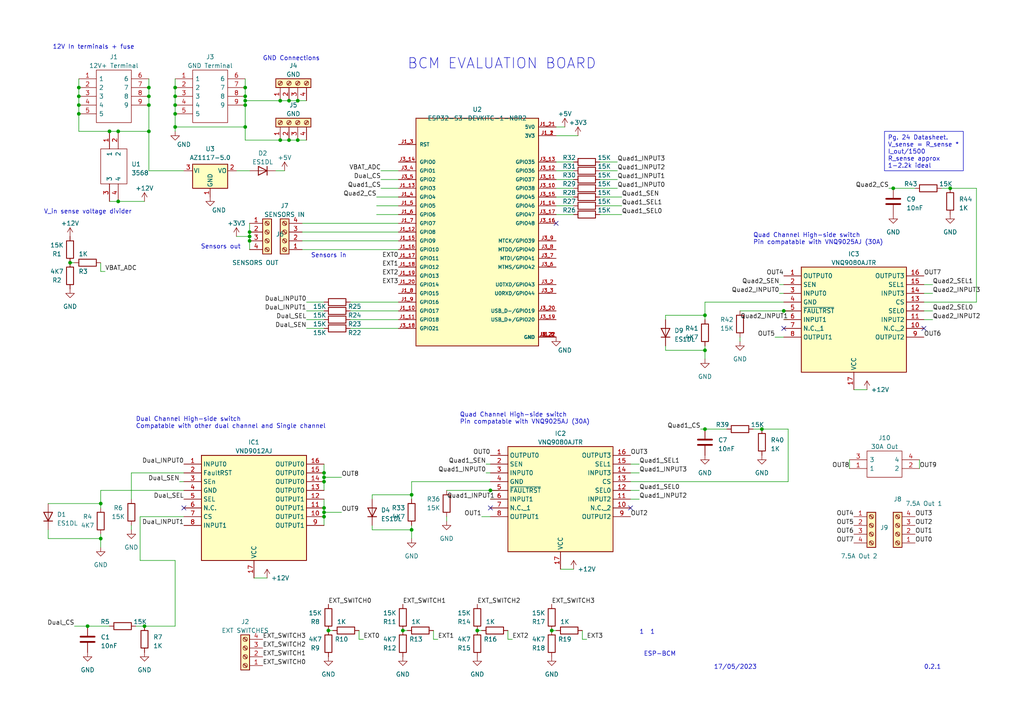
<source format=kicad_sch>
(kicad_sch (version 20230121) (generator eeschema)
  (paper "A4")
  (lib_symbols
    (symbol "10.16 Term:1929517" (pin_names (offset 0.762))
      (property "Reference" "J" (at 16.51 7.62 0))
      (property "Value" "1929517" (at 16.51 5.08 0))
      (symbol "1929517_0_0"
        (pin passive line (at 0 -2.54 0) (length 5.08) (name "1") (number "1"))
        (pin passive line (at 20.32 -2.54 180) (length 5.08) (name "2") (number "2"))
        (pin passive line (at 0 0 0) (length 5.08) (name "3") (number "3"))
        (pin passive line (at 20.32 0 180) (length 5.08) (name "4") (number "4"))
      )
    )
    (symbol "3568:3568" (pin_names (offset 0.762))
      (property "Reference" "U" (at 16.51 7.62 0))
      (property "Value" "3568" (at 16.51 5.08 0))
      (symbol "3568_0_0"
        (pin passive line (at 0 -2.54 0) (length 5.08) (name "1") (number "1"))
        (pin passive line (at 0 0 0) (length 5.08) (name "2") (number "2"))
        (pin passive line (at 20.32 -2.54 180) (length 5.08) (name "3") (number "3"))
        (pin passive line (at 20.32 0 180) (length 5.08) (name "4") (number "4"))
      )
    )
    (symbol "74650194R:74650194R" (pin_names (offset 0.762))
      (property "Reference" "J" (at 16.51 7.62 0))
      (property "Value" "74650194R" (at 16.51 5.08 0))
      (symbol "74650194R_0_0"
        (pin passive line (at 0 0 0) (length 5.08) (name "1") (number "1"))
        (pin passive line (at 0 -2.54 0) (length 5.08) (name "2") (number "2"))
        (pin passive line (at 0 -5.08 0) (length 5.08) (name "3") (number "3"))
        (pin passive line (at 0 -7.62 0) (length 5.08) (name "4") (number "4"))
        (pin passive line (at 0 -10.16 0) (length 5.08) (name "5") (number "5"))
        (pin passive line (at 20.32 0 180) (length 5.08) (name "6") (number "6"))
        (pin passive line (at 20.32 -2.54 180) (length 5.08) (name "7") (number "7"))
        (pin passive line (at 20.32 -5.08 180) (length 5.08) (name "8") (number "8"))
        (pin passive line (at 20.32 -7.62 180) (length 5.08) (name "9") (number "9"))
      )
    )
    (symbol "BCM:VND9016AJ"
      (property "Reference" "IC" (at 36.83 7.62 0))
      (property "Value" "VND9016AJ" (at 36.83 5.08 0))
      (symbol "VND9016AJ_1_1"
        (pin passive line (at 0 0 0) (length 5.08) (name "INPUT0") (number "1"))
        (pin passive line (at 40.64 -15.24 180) (length 5.08) (name "OUTPUT1") (number "10"))
        (pin passive line (at 40.64 -12.7 180) (length 5.08) (name "OUTPUT1") (number "11"))
        (pin passive line (at 40.64 -10.16 180) (length 5.08) (name "OUTPUT1") (number "12"))
        (pin passive line (at 40.64 -7.62 180) (length 5.08) (name "OUTPUT0") (number "13"))
        (pin passive line (at 40.64 -5.08 180) (length 5.08) (name "OUTPUT0") (number "14"))
        (pin passive line (at 40.64 -2.54 180) (length 5.08) (name "OUTPUT0") (number "15"))
        (pin passive line (at 40.64 0 180) (length 5.08) (name "OUTPUT0") (number "16"))
        (pin passive line (at 20.32 -33.02 90) (length 5.08) (name "VCC") (number "17"))
        (pin passive line (at 0 -2.54 0) (length 5.08) (name "FaultRST") (number "2"))
        (pin passive line (at 0 -5.08 0) (length 5.08) (name "SEn") (number "3"))
        (pin passive line (at 0 -7.62 0) (length 5.08) (name "GND") (number "4"))
        (pin passive line (at 0 -10.16 0) (length 5.08) (name "SEL") (number "5"))
        (pin passive line (at 0 -12.7 0) (length 5.08) (name "N.C.") (number "6"))
        (pin passive line (at 0 -15.24 0) (length 5.08) (name "CS") (number "7"))
        (pin passive line (at 0 -17.78 0) (length 5.08) (name "INPUT1") (number "8"))
        (pin passive line (at 40.64 -17.78 180) (length 5.08) (name "OUTPUT1") (number "9"))
      )
    )
    (symbol "Connector:Screw_Terminal_01x04" (pin_names (offset 1.016) hide)
      (property "Reference" "J" (at 0 5.08 0))
      (property "Value" "Screw_Terminal_01x04" (at 0 -7.62 0))
      (symbol "Screw_Terminal_01x04_1_1"
        (pin passive line (at -5.08 2.54 0) (length 3.81) (name "Pin_1") (number "1"))
        (pin passive line (at -5.08 0 0) (length 3.81) (name "Pin_2") (number "2"))
        (pin passive line (at -5.08 -2.54 0) (length 3.81) (name "Pin_3") (number "3"))
        (pin passive line (at -5.08 -5.08 0) (length 3.81) (name "Pin_4") (number "4"))
      )
    )
    (symbol "Device:C" (pin_numbers hide) (pin_names (offset 0.254))
      (property "Reference" "C" (at 0.635 2.54 0))
      (property "Value" "C" (at 0.635 -2.54 0))
      (symbol "C_1_1"
        (pin passive line (at 0 3.81 270) (length 2.794) (name "~") (number "1"))
        (pin passive line (at 0 -3.81 90) (length 2.794) (name "~") (number "2"))
      )
    )
    (symbol "Device:D" (pin_numbers hide) (pin_names (offset 1.016) hide)
      (property "Reference" "D" (at 0 2.54 0))
      (property "Value" "D" (at 0 -2.54 0))
      (symbol "D_1_1"
        (pin passive line (at -3.81 0 0) (length 2.54) (name "K") (number "1"))
        (pin passive line (at 3.81 0 180) (length 2.54) (name "A") (number "2"))
      )
    )
    (symbol "Device:R" (pin_numbers hide) (pin_names (offset 0))
      (property "Reference" "R" (at 2.032 0 90))
      (property "Value" "R" (at 0 0 90))
      (symbol "R_1_1"
        (pin passive line (at 0 3.81 270) (length 1.27) (name "~") (number "1"))
        (pin passive line (at 0 -3.81 90) (length 1.27) (name "~") (number "2"))
      )
    )
    (symbol "ESP32-S3-DEVKITC-1-N8R2:ESP32-S3-DEVKITC-1-N8R2" (pin_names (offset 1.016))
      (property "Reference" "U" (at -17.78 35.56 0))
      (property "Value" "ESP32-S3-DEVKITC-1-N8R2" (at -17.78 -35.56 0))
      (symbol "ESP32-S3-DEVKITC-1-N8R2_0_0"
        (pin power_in line (at 22.86 27.94 180) (length 5.08) (name "3V3") (number "J1_1"))
        (pin bidirectional line (at -22.86 -22.86 0) (length 5.08) (name "GPIO17") (number "J1_10"))
        (pin bidirectional line (at -22.86 -25.4 0) (length 5.08) (name "GPIO18") (number "J1_11"))
        (pin bidirectional line (at -22.86 0 0) (length 5.08) (name "GPIO8") (number "J1_12"))
        (pin bidirectional line (at -22.86 12.7 0) (length 5.08) (name "GPIO3") (number "J1_13"))
        (pin bidirectional line (at 22.86 7.62 180) (length 5.08) (name "GPIO46") (number "J1_14"))
        (pin bidirectional line (at -22.86 -2.54 0) (length 5.08) (name "GPIO9") (number "J1_15"))
        (pin bidirectional line (at -22.86 -5.08 0) (length 5.08) (name "GPIO10") (number "J1_16"))
        (pin bidirectional line (at -22.86 -7.62 0) (length 5.08) (name "GPIO11") (number "J1_17"))
        (pin bidirectional line (at -22.86 -10.16 0) (length 5.08) (name "GPIO12") (number "J1_18"))
        (pin bidirectional line (at -22.86 -12.7 0) (length 5.08) (name "GPIO13") (number "J1_19"))
        (pin power_in line (at 22.86 27.94 180) (length 5.08) (name "3V3") (number "J1_2"))
        (pin bidirectional line (at -22.86 -15.24 0) (length 5.08) (name "GPIO14") (number "J1_20"))
        (pin power_in line (at 22.86 30.48 180) (length 5.08) (name "5V0") (number "J1_21"))
        (pin power_in line (at 22.86 -30.48 180) (length 5.08) (name "GND") (number "J1_22"))
        (pin input line (at -22.86 25.4 0) (length 5.08) (name "RST") (number "J1_3"))
        (pin bidirectional line (at -22.86 10.16 0) (length 5.08) (name "GPIO4") (number "J1_4"))
        (pin bidirectional line (at -22.86 7.62 0) (length 5.08) (name "GPIO5") (number "J1_5"))
        (pin bidirectional line (at -22.86 5.08 0) (length 5.08) (name "GPIO6") (number "J1_6"))
        (pin bidirectional line (at -22.86 2.54 0) (length 5.08) (name "GPIO7") (number "J1_7"))
        (pin bidirectional line (at -22.86 -17.78 0) (length 5.08) (name "GPIO15") (number "J1_8"))
        (pin bidirectional line (at -22.86 -20.32 0) (length 5.08) (name "GPIO16") (number "J1_9"))
        (pin power_in line (at 22.86 -30.48 180) (length 5.08) (name "GND") (number "J3_1"))
        (pin bidirectional line (at 22.86 12.7 180) (length 5.08) (name "GPIO38") (number "J3_10"))
        (pin bidirectional line (at 22.86 15.24 180) (length 5.08) (name "GPIO37") (number "J3_11"))
        (pin bidirectional line (at 22.86 17.78 180) (length 5.08) (name "GPIO36") (number "J3_12"))
        (pin bidirectional line (at 22.86 20.32 180) (length 5.08) (name "GPIO35") (number "J3_13"))
        (pin bidirectional line (at -22.86 20.32 0) (length 5.08) (name "GPIO0") (number "J3_14"))
        (pin bidirectional line (at 22.86 10.16 180) (length 5.08) (name "GPIO45") (number "J3_15"))
        (pin bidirectional line (at 22.86 2.54 180) (length 5.08) (name "GPIO48") (number "J3_16"))
        (pin bidirectional line (at 22.86 5.08 180) (length 5.08) (name "GPIO47") (number "J3_17"))
        (pin bidirectional line (at -22.86 -27.94 0) (length 5.08) (name "GPIO21") (number "J3_18"))
        (pin bidirectional line (at 22.86 -25.4 180) (length 5.08) (name "USB_D+/GPIO20") (number "J3_19"))
        (pin bidirectional line (at 22.86 -15.24 180) (length 5.08) (name "U0TXD/GPIO43") (number "J3_2"))
        (pin bidirectional line (at 22.86 -22.86 180) (length 5.08) (name "USB_D-/GPIO19") (number "J3_20"))
        (pin power_in line (at 22.86 -30.48 180) (length 5.08) (name "GND") (number "J3_21"))
        (pin power_in line (at 22.86 -30.48 180) (length 5.08) (name "GND") (number "J3_22"))
        (pin bidirectional line (at 22.86 -17.78 180) (length 5.08) (name "U0RXD/GPIO44") (number "J3_3"))
        (pin bidirectional line (at -22.86 17.78 0) (length 5.08) (name "GPIO1") (number "J3_4"))
        (pin bidirectional line (at -22.86 15.24 0) (length 5.08) (name "GPIO2") (number "J3_5"))
        (pin bidirectional line (at 22.86 -10.16 180) (length 5.08) (name "MTMS/GPIO42") (number "J3_6"))
        (pin bidirectional line (at 22.86 -7.62 180) (length 5.08) (name "MTDI/GPIO41") (number "J3_7"))
        (pin bidirectional line (at 22.86 -5.08 180) (length 5.08) (name "MTDO/GPIO40") (number "J3_8"))
        (pin bidirectional line (at 22.86 -2.54 180) (length 5.08) (name "MTCK/GPIO39") (number "J3_9"))
      )
    )
    (symbol "Regulator_Linear:AZ1117-5.0" (pin_names (offset 0.254))
      (property "Reference" "U" (at -3.81 3.175 0))
      (property "Value" "AZ1117-5.0" (at 0 3.175 0))
      (symbol "AZ1117-5.0_1_1"
        (pin power_in line (at 0 -7.62 90) (length 2.54) (name "GND") (number "1"))
        (pin power_out line (at 7.62 0 180) (length 2.54) (name "VO") (number "2"))
        (pin power_in line (at -7.62 0 0) (length 2.54) (name "VI") (number "3"))
      )
    )
    (symbol "VNQ9080AJTR:VNQ9080AJTR"
      (property "Reference" "IC" (at 36.83 7.62 0))
      (property "Value" "VNQ9080AJTR" (at 36.83 5.08 0))
      (symbol "VNQ9080AJTR_1_1"
        (pin passive line (at 0 0 0) (length 5.08) (name "OUTPUT0") (number "1"))
        (pin passive line (at 40.64 -15.24 180) (length 5.08) (name "N.C._2") (number "10"))
        (pin passive line (at 40.64 -12.7 180) (length 5.08) (name "INPUT2") (number "11"))
        (pin passive line (at 40.64 -10.16 180) (length 5.08) (name "SEL0") (number "12"))
        (pin passive line (at 40.64 -7.62 180) (length 5.08) (name "CS") (number "13"))
        (pin passive line (at 40.64 -5.08 180) (length 5.08) (name "INPUT3") (number "14"))
        (pin passive line (at 40.64 -2.54 180) (length 5.08) (name "SEL1") (number "15"))
        (pin passive line (at 40.64 0 180) (length 5.08) (name "OUTPUT3") (number "16"))
        (pin passive line (at 20.32 -33.02 90) (length 5.08) (name "VCC") (number "17"))
        (pin passive line (at 0 -2.54 0) (length 5.08) (name "SEN") (number "2"))
        (pin passive line (at 0 -5.08 0) (length 5.08) (name "INPUT0") (number "3"))
        (pin passive line (at 0 -7.62 0) (length 5.08) (name "GND") (number "4"))
        (pin passive line (at 0 -10.16 0) (length 5.08) (name "~{FAULTRST}") (number "5"))
        (pin passive line (at 0 -12.7 0) (length 5.08) (name "INPUT1") (number "6"))
        (pin passive line (at 0 -15.24 0) (length 5.08) (name "N.C._1") (number "7"))
        (pin passive line (at 0 -17.78 0) (length 5.08) (name "OUTPUT1") (number "8"))
        (pin passive line (at 40.64 -17.78 180) (length 5.08) (name "OUTPUT2") (number "9"))
      )
    )
    (symbol "power:+12V" (power) (pin_names (offset 0))
      (property "Value" "+12V" (at 0 3.556 0))
      (symbol "+12V_1_1"
        (pin power_in line (at 0 0 90) (length 0) hide (name "+12V") (number "1"))
      )
    )
    (symbol "power:+3V3" (power) (pin_names (offset 0))
      (property "Value" "+3V3" (at 0 3.556 0))
      (symbol "+3V3_1_1"
        (pin power_in line (at 0 0 90) (length 0) hide (name "+3V3") (number "1"))
      )
    )
    (symbol "power:+5V" (power) (pin_names (offset 0))
      (property "Value" "+5V" (at 0 3.556 0))
      (symbol "+5V_1_1"
        (pin power_in line (at 0 0 90) (length 0) hide (name "+5V") (number "1"))
      )
    )
    (symbol "power:GND" (power) (pin_names (offset 0))
      (property "Value" "GND" (at 0 -3.81 0))
      (symbol "GND_1_1"
        (pin power_in line (at 0 0 270) (length 0) hide (name "GND") (number "1"))
      )
    )
  )
  (junction (at 34.29 38.1))
  (junction (at 160.02 182.88))
  (junction (at 259.08 54.61))
  (junction (at 25.4 181.61))
  (junction (at 71.12 27.94))
  (junction (at 116.84 182.88))
  (junction (at 119.38 153.67))
  (junction (at 138.43 182.88))
  (junction (at 95.25 182.88))
  (junction (at 71.12 36.83))
  (junction (at 43.18 27.94))
  (junction (at 31.75 38.1))
  (junction (at 227.33 90.17))
  (junction (at 220.98 124.46))
  (junction (at 81.28 40.64))
  (junction (at 71.12 29.21))
  (junction (at 50.8 27.94))
  (junction (at 86.36 40.64))
  (junction (at 71.12 25.4))
  (junction (at 22.86 27.94))
  (junction (at 22.86 30.48))
  (junction (at 50.8 33.02))
  (junction (at 71.12 30.48))
  (junction (at 93.98 138.43))
  (junction (at 86.36 29.21))
  (junction (at 83.82 40.64))
  (junction (at 22.86 33.02))
  (junction (at 81.28 29.21))
  (junction (at 93.98 147.32))
  (junction (at 22.86 25.4))
  (junction (at 142.24 142.24))
  (junction (at 34.29 58.42))
  (junction (at 72.39 67.31))
  (junction (at 119.38 143.51))
  (junction (at 29.21 156.21))
  (junction (at 72.39 69.85))
  (junction (at 275.59 54.61))
  (junction (at 20.32 76.2))
  (junction (at 83.82 29.21))
  (junction (at 50.8 36.83))
  (junction (at 41.91 181.61))
  (junction (at 93.98 139.7))
  (junction (at 204.47 124.46))
  (junction (at 93.98 149.86))
  (junction (at 204.47 91.44))
  (junction (at 43.18 30.48))
  (junction (at 43.18 25.4))
  (junction (at 93.98 148.59))
  (junction (at 50.8 25.4))
  (junction (at 93.98 137.16))
  (junction (at 50.8 30.48))
  (junction (at 72.39 68.58))
  (junction (at 29.21 146.05))
  (junction (at 43.18 38.1))
  (junction (at 204.47 101.6))
  (no_connect (at 267.97 95.25))
  (no_connect (at 182.88 147.32))
  (no_connect (at 53.34 147.32))
  (no_connect (at 227.33 95.25))
  (no_connect (at 142.24 147.32))
  (no_connect (at 161.29 64.77))
  (wire (pts (xy 53.34 139.7) (xy 52.07 139.7)))
  (wire (pts (xy 119.38 143.51) (xy 119.38 139.7)))
  (wire (pts (xy 226.06 82.55) (xy 227.33 82.55)))
  (wire (pts (xy 109.22 62.23) (xy 115.57 62.23)))
  (wire (pts (xy 204.47 100.33) (xy 204.47 101.6)))
  (wire (pts (xy 119.38 143.51) (xy 107.95 143.51)))
  (wire (pts (xy 40.64 162.56) (xy 40.64 149.86)))
  (wire (pts (xy 86.36 40.64) (xy 83.82 40.64)))
  (wire (pts (xy 38.1 137.16) (xy 53.34 137.16)))
  (wire (pts (xy 173.99 62.23) (xy 180.34 62.23)))
  (wire (pts (xy 107.95 153.67) (xy 119.38 153.67)))
  (wire (pts (xy 168.91 185.42) (xy 168.91 182.88)))
  (wire (pts (xy 267.97 90.17) (xy 270.51 90.17)))
  (wire (pts (xy 148.59 185.42) (xy 147.32 185.42)))
  (wire (pts (xy 214.63 97.79) (xy 214.63 99.06)))
  (wire (pts (xy 43.18 25.4) (xy 43.18 27.94)))
  (wire (pts (xy 50.8 38.1) (xy 50.8 36.83)))
  (wire (pts (xy 29.21 156.21) (xy 29.21 158.75)))
  (wire (pts (xy 21.59 76.2) (xy 20.32 76.2)))
  (wire (pts (xy 170.18 185.42) (xy 168.91 185.42)))
  (wire (pts (xy 43.18 27.94) (xy 43.18 30.48)))
  (wire (pts (xy 43.18 49.53) (xy 43.18 38.1)))
  (wire (pts (xy 93.98 144.78) (xy 93.98 147.32)))
  (wire (pts (xy 50.8 30.48) (xy 50.8 27.94)))
  (wire (pts (xy 182.88 144.78) (xy 185.42 144.78)))
  (wire (pts (xy 22.86 30.48) (xy 22.86 33.02)))
  (wire (pts (xy 101.6 90.17) (xy 115.57 90.17)))
  (wire (pts (xy 72.39 68.58) (xy 72.39 67.31)))
  (wire (pts (xy 119.38 143.51) (xy 119.38 144.78)))
  (wire (pts (xy 193.04 101.6) (xy 204.47 101.6)))
  (wire (pts (xy 204.47 91.44) (xy 193.04 91.44)))
  (wire (pts (xy 71.12 29.21) (xy 71.12 30.48)))
  (wire (pts (xy 161.29 49.53) (xy 166.37 49.53)))
  (wire (pts (xy 43.18 30.48) (xy 43.18 38.1)))
  (wire (pts (xy 166.37 165.1) (xy 162.56 165.1)))
  (wire (pts (xy 101.6 95.25) (xy 115.57 95.25)))
  (wire (pts (xy 38.1 152.4) (xy 38.1 153.67)))
  (wire (pts (xy 257.81 54.61) (xy 259.08 54.61)))
  (wire (pts (xy 109.22 57.15) (xy 115.57 57.15)))
  (wire (pts (xy 107.95 153.67) (xy 107.95 152.4)))
  (wire (pts (xy 173.99 54.61) (xy 179.07 54.61)))
  (wire (pts (xy 182.88 139.7) (xy 228.6 139.7)))
  (wire (pts (xy 22.86 25.4) (xy 22.86 27.94)))
  (wire (pts (xy 140.97 134.62) (xy 142.24 134.62)))
  (wire (pts (xy 161.29 52.07) (xy 166.37 52.07)))
  (wire (pts (xy 72.39 72.39) (xy 72.39 69.85)))
  (wire (pts (xy 93.98 139.7) (xy 93.98 142.24)))
  (wire (pts (xy 72.39 67.31) (xy 72.39 64.77)))
  (wire (pts (xy 71.12 29.21) (xy 81.28 29.21)))
  (wire (pts (xy 270.51 82.55) (xy 267.97 82.55)))
  (wire (pts (xy 53.34 49.53) (xy 43.18 49.53)))
  (wire (pts (xy 193.04 101.6) (xy 193.04 100.33)))
  (wire (pts (xy 119.38 152.4) (xy 119.38 153.67)))
  (wire (pts (xy 83.82 29.21) (xy 86.36 29.21)))
  (wire (pts (xy 50.8 162.56) (xy 40.64 162.56)))
  (wire (pts (xy 173.99 49.53) (xy 179.07 49.53)))
  (wire (pts (xy 82.55 49.53) (xy 80.01 49.53)))
  (wire (pts (xy 173.99 59.69) (xy 180.34 59.69)))
  (wire (pts (xy 72.39 69.85) (xy 72.39 68.58)))
  (wire (pts (xy 185.42 134.62) (xy 182.88 134.62)))
  (wire (pts (xy 21.59 181.61) (xy 25.4 181.61)))
  (wire (pts (xy 267.97 85.09) (xy 270.51 85.09)))
  (wire (pts (xy 246.38 133.35) (xy 246.38 135.89)))
  (wire (pts (xy 193.04 91.44) (xy 193.04 92.71)))
  (wire (pts (xy 139.7 149.86) (xy 142.24 149.86)))
  (wire (pts (xy 204.47 91.44) (xy 204.47 87.63)))
  (wire (pts (xy 34.29 38.1) (xy 43.18 38.1)))
  (wire (pts (xy 163.83 36.83) (xy 161.29 36.83)))
  (wire (pts (xy 161.29 62.23) (xy 166.37 62.23)))
  (wire (pts (xy 25.4 181.61) (xy 31.75 181.61)))
  (wire (pts (xy 81.28 40.64) (xy 71.12 40.64)))
  (wire (pts (xy 167.64 39.37) (xy 161.29 39.37)))
  (wire (pts (xy 267.97 92.71) (xy 270.51 92.71)))
  (wire (pts (xy 72.39 68.58) (xy 68.58 68.58)))
  (wire (pts (xy 161.29 182.88) (xy 160.02 182.88)))
  (wire (pts (xy 110.49 54.61) (xy 115.57 54.61)))
  (wire (pts (xy 81.28 29.21) (xy 83.82 29.21)))
  (wire (pts (xy 93.98 134.62) (xy 93.98 137.16)))
  (wire (pts (xy 22.86 22.86) (xy 22.86 25.4)))
  (wire (pts (xy 87.63 64.77) (xy 115.57 64.77)))
  (wire (pts (xy 93.98 138.43) (xy 93.98 139.7)))
  (wire (pts (xy 119.38 153.67) (xy 119.38 156.21)))
  (wire (pts (xy 87.63 67.31) (xy 115.57 67.31)))
  (wire (pts (xy 104.14 185.42) (xy 104.14 182.88)))
  (wire (pts (xy 227.33 85.09) (xy 226.06 85.09)))
  (wire (pts (xy 50.8 33.02) (xy 50.8 30.48)))
  (wire (pts (xy 93.98 148.59) (xy 93.98 149.86)))
  (wire (pts (xy 147.32 185.42) (xy 147.32 182.88)))
  (wire (pts (xy 93.98 95.25) (xy 88.9 95.25)))
  (wire (pts (xy 228.6 139.7) (xy 228.6 124.46)))
  (wire (pts (xy 204.47 124.46) (xy 210.82 124.46)))
  (wire (pts (xy 161.29 59.69) (xy 166.37 59.69)))
  (wire (pts (xy 72.39 49.53) (xy 68.58 49.53)))
  (wire (pts (xy 142.24 137.16) (xy 140.97 137.16)))
  (wire (pts (xy 22.86 38.1) (xy 22.86 33.02)))
  (wire (pts (xy 88.9 92.71) (xy 93.98 92.71)))
  (wire (pts (xy 161.29 54.61) (xy 166.37 54.61)))
  (wire (pts (xy 29.21 142.24) (xy 53.34 142.24)))
  (wire (pts (xy 29.21 146.05) (xy 13.97 146.05)))
  (wire (pts (xy 30.48 78.74) (xy 29.21 78.74)))
  (wire (pts (xy 31.75 58.42) (xy 34.29 58.42)))
  (wire (pts (xy 105.41 185.42) (xy 104.14 185.42)))
  (wire (pts (xy 13.97 156.21) (xy 29.21 156.21)))
  (wire (pts (xy 275.59 54.61) (xy 283.21 54.61)))
  (wire (pts (xy 218.44 124.46) (xy 220.98 124.46)))
  (wire (pts (xy 101.6 92.71) (xy 115.57 92.71)))
  (wire (pts (xy 204.47 91.44) (xy 204.47 92.71)))
  (wire (pts (xy 125.73 185.42) (xy 125.73 182.88)))
  (wire (pts (xy 40.64 149.86) (xy 53.34 149.86)))
  (wire (pts (xy 109.22 59.69) (xy 115.57 59.69)))
  (wire (pts (xy 251.46 113.03) (xy 247.65 113.03)))
  (wire (pts (xy 93.98 147.32) (xy 93.98 148.59)))
  (wire (pts (xy 93.98 149.86) (xy 93.98 152.4)))
  (wire (pts (xy 29.21 154.94) (xy 29.21 156.21)))
  (wire (pts (xy 118.11 182.88) (xy 116.84 182.88)))
  (wire (pts (xy 41.91 181.61) (xy 50.8 181.61)))
  (wire (pts (xy 88.9 87.63) (xy 93.98 87.63)))
  (wire (pts (xy 110.49 49.53) (xy 115.57 49.53)))
  (wire (pts (xy 29.21 146.05) (xy 29.21 142.24)))
  (wire (pts (xy 119.38 139.7) (xy 142.24 139.7)))
  (wire (pts (xy 71.12 36.83) (xy 50.8 36.83)))
  (wire (pts (xy 88.9 90.17) (xy 93.98 90.17)))
  (wire (pts (xy 107.95 143.51) (xy 107.95 144.78)))
  (wire (pts (xy 161.29 46.99) (xy 166.37 46.99)))
  (wire (pts (xy 71.12 40.64) (xy 71.12 36.83)))
  (wire (pts (xy 139.7 182.88) (xy 138.43 182.88)))
  (wire (pts (xy 173.99 57.15) (xy 180.34 57.15)))
  (wire (pts (xy 127 185.42) (xy 125.73 185.42)))
  (wire (pts (xy 71.12 30.48) (xy 71.12 36.83)))
  (wire (pts (xy 99.06 148.59) (xy 93.98 148.59)))
  (wire (pts (xy 87.63 69.85) (xy 115.57 69.85)))
  (wire (pts (xy 229.87 90.17) (xy 227.33 90.17)))
  (wire (pts (xy 143.51 144.78) (xy 142.24 144.78)))
  (wire (pts (xy 214.63 90.17) (xy 227.33 90.17)))
  (wire (pts (xy 224.79 97.79) (xy 227.33 97.79)))
  (wire (pts (xy 173.99 52.07) (xy 179.07 52.07)))
  (wire (pts (xy 182.88 142.24) (xy 185.42 142.24)))
  (wire (pts (xy 39.37 181.61) (xy 41.91 181.61)))
  (wire (pts (xy 34.29 58.42) (xy 41.91 58.42)))
  (wire (pts (xy 259.08 54.61) (xy 265.43 54.61)))
  (wire (pts (xy 29.21 78.74) (xy 29.21 76.2)))
  (wire (pts (xy 182.88 137.16) (xy 185.42 137.16)))
  (wire (pts (xy 50.8 25.4) (xy 50.8 27.94)))
  (wire (pts (xy 50.8 25.4) (xy 50.8 22.86)))
  (wire (pts (xy 110.49 52.07) (xy 115.57 52.07)))
  (wire (pts (xy 38.1 144.78) (xy 38.1 137.16)))
  (wire (pts (xy 22.86 38.1) (xy 31.75 38.1)))
  (wire (pts (xy 220.98 124.46) (xy 228.6 124.46)))
  (wire (pts (xy 228.6 92.71) (xy 227.33 92.71)))
  (wire (pts (xy 22.86 27.94) (xy 22.86 30.48)))
  (wire (pts (xy 86.36 29.21) (xy 88.9 29.21)))
  (wire (pts (xy 204.47 101.6) (xy 204.47 104.14)))
  (wire (pts (xy 93.98 137.16) (xy 93.98 138.43)))
  (wire (pts (xy 50.8 36.83) (xy 50.8 33.02)))
  (wire (pts (xy 173.99 46.99) (xy 179.07 46.99)))
  (wire (pts (xy 31.75 38.1) (xy 34.29 38.1)))
  (wire (pts (xy 204.47 87.63) (xy 227.33 87.63)))
  (wire (pts (xy 71.12 22.86) (xy 71.12 25.4)))
  (wire (pts (xy 129.54 149.86) (xy 129.54 151.13)))
  (wire (pts (xy 266.7 133.35) (xy 266.7 135.89)))
  (wire (pts (xy 87.63 72.39) (xy 115.57 72.39)))
  (wire (pts (xy 273.05 54.61) (xy 275.59 54.61)))
  (wire (pts (xy 29.21 146.05) (xy 29.21 147.32)))
  (wire (pts (xy 88.9 40.64) (xy 86.36 40.64)))
  (wire (pts (xy 43.18 22.86) (xy 43.18 25.4)))
  (wire (pts (xy 129.54 142.24) (xy 142.24 142.24)))
  (wire (pts (xy 71.12 27.94) (xy 71.12 29.21)))
  (wire (pts (xy 161.29 57.15) (xy 166.37 57.15)))
  (wire (pts (xy 96.52 182.88) (xy 95.25 182.88)))
  (wire (pts (xy 283.21 87.63) (xy 283.21 54.61)))
  (wire (pts (xy 77.47 167.64) (xy 73.66 167.64)))
  (wire (pts (xy 13.97 153.67) (xy 13.97 156.21)))
  (wire (pts (xy 101.6 87.63) (xy 115.57 87.63)))
  (wire (pts (xy 93.98 138.43) (xy 99.06 138.43)))
  (wire (pts (xy 71.12 25.4) (xy 71.12 27.94)))
  (wire (pts (xy 83.82 40.64) (xy 81.28 40.64)))
  (wire (pts (xy 203.2 124.46) (xy 204.47 124.46)))
  (wire (pts (xy 50.8 181.61) (xy 50.8 162.56)))
  (wire (pts (xy 144.78 142.24) (xy 142.24 142.24)))
  (wire (pts (xy 267.97 87.63) (xy 283.21 87.63)))
  (text_box "Pg. 24 Datasheet. V_sense = R_sense * I_out/1500\nR_sense approx 1-2.2k ideal" (at 256.54 38.1 0) (size 22.86 11.43) (effects (font (size 1.27 1.27)) (justify left top)))
  (text "Sensors out" (at 69.85 72.39 0) (effects (font (size 1.27 1.27)) (justify right bottom)))
  (text "Dual Channel High-side switch\nCompatable with other dual channel and Single channel" (at 39.37 124.46 0) (effects (font (size 1.27 1.27)) (justify left bottom)))
  (text "0.2.1" (at 267.97 194.31 0) (effects (font (size 1.27 1.27)) (justify left bottom)))
  (text "ESP-BCM" (at 186.69 190.5 0) (effects (font (size 1.27 1.27)) (justify left bottom)))
  (text "GND Connections\n" (at 76.2 17.78 0) (effects (font (size 1.27 1.27)) (justify left bottom)))
  (text "V_in sense voltage divider\n" (at 12.7 62.23 0) (effects (font (size 1.27 1.27)) (justify left bottom)))
  (text "12V In terminals + fuse\n\n" (at 15.24 16.51 0) (effects (font (size 1.27 1.27)) (justify left bottom)))
  (text "Quad Channel High-side switch\nPin compatable with VNQ9025AJ (30A)" (at 133.35 123.19 0) (effects (font (size 1.27 1.27)) (justify left bottom)))
  (text "Quad Channel High-side switch\nPin compatable with VNQ9025AJ (30A)" (at 218.44 71.12 0) (effects (font (size 1.27 1.27)) (justify left bottom)))
  (text "BCM EVALUATION BOARD" (at 118.11 20.32 0) (effects (font (size 3 3)) (justify left bottom)))
  (text "1  1" (at 185.42 184.15 0) (effects (font (size 1.27 1.27)) (justify left bottom)))
  (text "Sensors in" (at 90.17 74.93 0) (effects (font (size 1.27 1.27)) (justify left bottom)))
  (text "17/05/2023" (at 207.01 194.31 0) (effects (font (size 1.27 1.27)) (justify left bottom)))
  (label "Quad1_INPUT2" (at 185.42 144.78 0))
  (label "OUT3" (at 182.88 132.08 0))
  (label "Quad1_CS" (at 203.2 124.46 180))
  (label "EXT2" (at 148.59 185.42 0))
  (label "Quad1_INPUT0" (at 140.97 137.16 180))
  (label "OUT3" (at 265.43 149.86 0))
  (label "OUT2" (at 182.88 149.86 0))
  (label "OUT7" (at 247.65 157.48 180))
  (label "OUT8" (at 99.06 138.43 0))
  (label "VBAT_ADC" (at 110.49 49.53 180))
  (label "Quad1_INPUT3" (at 185.42 137.16 0))
  (label "Quad1_SEN" (at 140.97 134.62 180))
  (label "OUT7" (at 267.97 80.01 0))
  (label "Quad2_SEN" (at 226.06 82.55 180))
  (label "Quad1_SEL0" (at 185.42 142.24 0))
  (label "Dual_SEN" (at 52.07 139.7 180))
  (label "OUT4" (at 247.65 149.86 180))
  (label "Quad2_INPUT2" (at 270.51 92.71 0))
  (label "EXT1" (at 127 185.42 0))
  (label "EXT_SWITCH2" (at 138.43 175.26 0))
  (label "OUT1" (at 139.7 149.86 180))
  (label "Quad2_CS" (at 109.22 57.15 180))
  (label "OUT5" (at 224.79 97.79 180))
  (label "OUT0" (at 142.24 132.08 180))
  (label "Quad2_INPUT3" (at 270.51 85.09 0))
  (label "Quad1_INPUT1" (at 143.51 144.78 180))
  (label "Dual_SEL" (at 53.34 144.78 180))
  (label "EXT1" (at 115.57 77.47 180))
  (label "EXT_SWITCH0" (at 95.25 175.26 0))
  (label "Quad1_SEL0" (at 180.34 62.23 0))
  (label "OUT9" (at 266.7 135.89 0))
  (label "OUT1" (at 265.43 154.94 0))
  (label "EXT_SWITCH1" (at 116.84 175.26 0))
  (label "EXT0" (at 105.41 185.42 0))
  (label "OUT9" (at 99.06 148.59 0))
  (label "Quad1_INPUT3" (at 179.07 46.99 0))
  (label "Dual_CS" (at 21.59 181.61 180))
  (label "Quad1_SEL1" (at 185.42 134.62 0))
  (label "EXT_SWITCH2" (at 76.2 187.96 0))
  (label "Quad1_INPUT0" (at 179.07 54.61 0))
  (label "EXT_SWITCH1" (at 76.2 190.5 0))
  (label "Dual_INPUT1" (at 53.34 152.4 180))
  (label "EXT3" (at 170.18 185.42 0))
  (label "OUT8" (at 246.38 135.89 180))
  (label "EXT_SWITCH3" (at 76.2 185.42 0))
  (label "Quad2_INPUT1" (at 228.6 92.71 180))
  (label "Quad2_CS" (at 257.81 54.61 180))
  (label "Quad2_INPUT0" (at 226.06 85.09 180))
  (label "EXT_SWITCH0" (at 76.2 193.04 0))
  (label "OUT5" (at 247.65 152.4 180))
  (label "OUT2" (at 265.43 152.4 0))
  (label "Dual_CS" (at 110.49 52.07 180))
  (label "EXT0" (at 115.57 74.93 180))
  (label "EXT2" (at 115.57 80.01 180))
  (label "EXT_SWITCH3" (at 160.02 175.26 0))
  (label "OUT6" (at 267.97 97.79 0))
  (label "OUT0" (at 265.43 157.48 0))
  (label "OUT6" (at 247.65 154.94 180))
  (label "Dual_INPUT0" (at 53.34 134.62 180))
  (label "OUT4" (at 227.33 80.01 180))
  (label "Quad1_SEL1" (at 180.34 59.69 0))
  (label "Dual_SEN" (at 88.9 95.25 180))
  (label "Quad1_CS" (at 110.49 54.61 180))
  (label "Quad2_SEL1" (at 270.51 82.55 0))
  (label "Quad2_SEL0" (at 270.51 90.17 0))
  (label "Dual_INPUT1" (at 88.9 90.17 180))
  (label "EXT3" (at 115.57 82.55 180))
  (label "VBAT_ADC" (at 30.48 78.74 0))
  (label "Quad1_INPUT2" (at 179.07 49.53 0))
  (label "Dual_INPUT0" (at 88.9 87.63 180))
  (label "Quad1_INPUT1" (at 179.07 52.07 0))
  (label "Quad1_SEN" (at 180.34 57.15 0))
  (label "Dual_SEL" (at 88.9 92.71 180))
  (symbol (lib_id "power:GND") (at 60.96 57.15 0) (unit 1)
    (property "Reference" "#PWR012" (effects hide))
    (property "Value" "GND" (at 63.5 60.96 0))
  )
  (symbol (lib_id "Device:R") (at 97.79 87.63 270) (unit 1)
    (property "Reference" "R25" (at 102.87 88.9 90))
    (property "Value" "15K" (at 92.71 88.9 90))
    (property "Footprint" "Resistor_SMD:R_0805_2012Metric_Pad1.20x1.40mm_HandSolder" (effects hide))
  )
  (symbol (lib_id "Regulator_Linear:AZ1117-5.0") (at 60.96 49.53 0) (unit 1)
    (property "Reference" "U3" (at 60.96 43.18 0))
    (property "Value" "AZ1117-5.0" (at 60.96 45.72 0))
    (property "Footprint" "Package_TO_SOT_SMD:SOT-223-3_TabPin2" (effects hide))
    (property "Datasheet" "https://www.diodes.com/assets/Datasheets/AZ1117.pdf" (effects hide))
  )
  (symbol (lib_id "Device:R") (at 143.51 182.88 270) (unit 1)
    (property "Reference" "R16" (at 142.24 185.42 90))
    (property "Value" "1K" (at 142.24 180.34 90))
    (property "Footprint" "Resistor_SMD:R_0805_2012Metric_Pad1.20x1.40mm_HandSolder" (effects hide))
  )
  (symbol (lib_id "Device:R") (at 275.59 58.42 0) (unit 1)
    (property "Reference" "R44" (at 278.13 57.785 0) (effects (justify left)))
    (property "Value" "1K" (at 278.13 60.325 0) (effects (justify left)))
    (property "Footprint" "Resistor_SMD:R_0805_2012Metric_Pad1.20x1.40mm_HandSolder" (effects hide))
  )
  (symbol (lib_id "Device:R") (at 38.1 148.59 180) (unit 1)
    (property "Reference" "R6" (at 34.29 147.32 0))
    (property "Value" "15K" (at 34.29 149.86 0))
    (property "Footprint" "Resistor_SMD:R_0805_2012Metric_Pad1.20x1.40mm_HandSolder" (effects hide))
  )
  (symbol (lib_id "Device:R") (at 129.54 146.05 180) (unit 1)
    (property "Reference" "R36" (at 125.73 144.78 0))
    (property "Value" "15K" (at 125.73 147.32 0))
    (property "Footprint" "Resistor_SMD:R_0805_2012Metric_Pad1.20x1.40mm_HandSolder" (effects hide))
  )
  (symbol (lib_id "Device:D") (at 107.95 148.59 90) (unit 1)
    (property "Reference" "D4" (at 110.49 147.955 90) (effects (justify right)))
    (property "Value" "ES1DL" (at 110.49 150.495 90) (effects (justify right)))
    (property "Footprint" "Diode_SMD:D_SMA-SMB_Universal_Handsoldering" (effects hide))
    (property "Sim.Device" "D" (effects hide))
    (property "Sim.Pins" "1=K 2=A" (effects hide))
  )
  (symbol (lib_id "Device:R") (at 170.18 52.07 90) (unit 1)
    (property "Reference" "R30" (at 165.1 50.8 90))
    (property "Value" "15K" (at 175.26 50.8 90))
    (property "Footprint" "Resistor_SMD:R_0805_2012Metric_Pad1.20x1.40mm_HandSolder" (effects hide))
  )
  (symbol (lib_id "Connector:Screw_Terminal_01x04") (at 71.12 190.5 180) (unit 1)
    (property "Reference" "J2" (at 71.12 180.34 0))
    (property "Value" "EXT SWITCHES" (at 71.12 182.88 0))
    (property "Footprint" "TerminalBlock_RND:TerminalBlock_RND_205-00234_1x04_P5.08mm_Horizontal" (effects hide))
  )
  (symbol (lib_id "power:+12V") (at 41.91 58.42 0) (unit 1)
    (property "Reference" "#PWR06" (effects hide))
    (property "Value" "+12V" (at 41.91 54.61 0))
  )
  (symbol (lib_id "power:GND") (at 160.02 190.5 0) (unit 1)
    (property "Reference" "#PWR021" (effects hide))
    (property "Value" "GND" (at 160.02 195.58 0))
  )
  (symbol (lib_id "Connector:Screw_Terminal_01x04") (at 252.73 152.4 0) (unit 1)
    (property "Reference" "J9" (at 255.27 153.035 0) (effects (justify left)))
    (property "Value" "7.5A Out 2" (at 243.84 161.29 0) (effects (justify left)))
    (property "Footprint" "TerminalBlock_RND:TerminalBlock_RND_205-00234_1x04_P5.08mm_Horizontal" (effects hide))
  )
  (symbol (lib_id "Device:R") (at 214.63 124.46 90) (unit 1)
    (property "Reference" "R39" (at 209.55 123.19 90))
    (property "Value" "15K" (at 219.71 123.19 90))
    (property "Footprint" "Resistor_SMD:R_0805_2012Metric_Pad1.20x1.40mm_HandSolder" (effects hide))
  )
  (symbol (lib_id "power:+12V") (at 77.47 167.64 0) (unit 1)
    (property "Reference" "#PWR09" (effects hide))
    (property "Value" "+12V" (at 81.28 167.64 0))
  )
  (symbol (lib_id "power:GND") (at 129.54 151.13 0) (unit 1)
    (property "Reference" "#PWR029" (effects hide))
    (property "Value" "GND" (at 129.54 156.21 0))
  )
  (symbol (lib_id "Device:R") (at 116.84 179.07 180) (unit 1)
    (property "Reference" "R11" (at 113.03 180.34 0))
    (property "Value" "15K" (at 113.03 177.8 0))
    (property "Footprint" "Resistor_SMD:R_0805_2012Metric_Pad1.20x1.40mm_HandSolder" (effects hide))
  )
  (symbol (lib_id "power:GND") (at 116.84 190.5 0) (unit 1)
    (property "Reference" "#PWR017" (effects hide))
    (property "Value" "GND" (at 116.84 195.58 0))
  )
  (symbol (lib_id "power:+3V3") (at 167.64 39.37 0) (unit 1)
    (property "Reference" "#PWR014" (effects hide))
    (property "Value" "+3V3" (at 167.64 35.56 0))
  )
  (symbol (lib_id "Device:R") (at 170.18 62.23 90) (unit 1)
    (property "Reference" "R26" (at 165.1 60.96 90))
    (property "Value" "15K" (at 175.26 60.96 90))
    (property "Footprint" "Resistor_SMD:R_0805_2012Metric_Pad1.20x1.40mm_HandSolder" (effects hide))
  )
  (symbol (lib_id "power:GND") (at 20.32 83.82 0) (unit 1)
    (property "Reference" "#PWR02" (effects hide))
    (property "Value" "GND" (at 20.32 88.9 0))
  )
  (symbol (lib_id "Device:R") (at 119.38 148.59 180) (unit 1)
    (property "Reference" "R33" (at 115.57 147.32 0))
    (property "Value" "4K7" (at 115.57 149.86 0))
    (property "Footprint" "Resistor_SMD:R_0805_2012Metric_Pad1.20x1.40mm_HandSolder" (effects hide))
  )
  (symbol (lib_id "Device:R") (at 95.25 186.69 180) (unit 1)
    (property "Reference" "R9" (at 91.44 187.96 0))
    (property "Value" "4K7" (at 91.44 185.42 0))
    (property "Footprint" "Resistor_SMD:R_0805_2012Metric_Pad1.20x1.40mm_HandSolder" (effects hide))
  )
  (symbol (lib_id "power:+12V") (at 20.32 68.58 0) (unit 1)
    (property "Reference" "#PWR01" (effects hide))
    (property "Value" "+12V" (at 20.32 64.77 0))
  )
  (symbol (lib_id "Connector:Screw_Terminal_01x04") (at 83.82 24.13 90) (unit 1)
    (property "Reference" "J4" (at 85.09 19.05 90))
    (property "Value" "GND" (at 85.09 21.59 90))
    (property "Footprint" "TerminalBlock_RND:TerminalBlock_RND_205-00234_1x04_P5.08mm_Horizontal" (effects hide))
  )
  (symbol (lib_id "Device:R") (at 170.18 49.53 90) (unit 1)
    (property "Reference" "R31" (at 165.1 48.26 90))
    (property "Value" "15K" (at 175.26 48.26 90))
    (property "Footprint" "Resistor_SMD:R_0805_2012Metric_Pad1.20x1.40mm_HandSolder" (effects hide))
  )
  (symbol (lib_id "Device:R") (at 116.84 186.69 180) (unit 1)
    (property "Reference" "R12" (at 113.03 187.96 0))
    (property "Value" "4K7" (at 113.03 185.42 0))
    (property "Footprint" "Resistor_SMD:R_0805_2012Metric_Pad1.20x1.40mm_HandSolder" (effects hide))
  )
  (symbol (lib_id "Device:R") (at 121.92 182.88 270) (unit 1)
    (property "Reference" "R13" (at 120.65 185.42 90))
    (property "Value" "1K" (at 120.65 180.34 90))
    (property "Footprint" "Resistor_SMD:R_0805_2012Metric_Pad1.20x1.40mm_HandSolder" (effects hide))
  )
  (symbol (lib_id "power:+12V") (at 166.37 165.1 0) (unit 1)
    (property "Reference" "#PWR031" (effects hide))
    (property "Value" "+12V" (at 170.18 165.1 0))
  )
  (symbol (lib_id "Device:R") (at 20.32 80.01 180) (unit 1)
    (property "Reference" "R2" (at 16.51 81.28 0))
    (property "Value" "4K7" (at 16.51 78.74 0))
    (property "Footprint" "Resistor_SMD:R_0805_2012Metric_Pad1.20x1.40mm_HandSolder" (effects hide))
  )
  (symbol (lib_id "Device:R") (at 35.56 181.61 90) (unit 1)
    (property "Reference" "R5" (at 30.48 180.34 90))
    (property "Value" "15K" (at 40.64 180.34 90))
    (property "Footprint" "Resistor_SMD:R_0805_2012Metric_Pad1.20x1.40mm_HandSolder" (effects hide))
  )
  (symbol (lib_id "Device:R") (at 170.18 54.61 90) (unit 1)
    (property "Reference" "R29" (at 165.1 53.34 90))
    (property "Value" "15K" (at 175.26 53.34 90))
    (property "Footprint" "Resistor_SMD:R_0805_2012Metric_Pad1.20x1.40mm_HandSolder" (effects hide))
  )
  (symbol (lib_id "Device:R") (at 165.1 182.88 270) (unit 1)
    (property "Reference" "R19" (at 163.83 185.42 90))
    (property "Value" "1K" (at 163.83 180.34 90))
    (property "Footprint" "Resistor_SMD:R_0805_2012Metric_Pad1.20x1.40mm_HandSolder" (effects hide))
  )
  (symbol (lib_id "VNQ9080AJTR:VNQ9080AJTR") (at 142.24 132.08 0) (unit 1)
    (property "Reference" "IC2" (at 162.56 125.73 0))
    (property "Value" "VNQ9080AJTR" (at 162.56 128.27 0))
    (property "Footprint" "VNQ90xx:SOP50P600X170-17N" (effects hide))
    (property "Datasheet" "https://www.st.com/resource/en/datasheet/vnq9080aj.pdf" (effects hide))
    (property "Height" "1.7" (effects hide))
    (property "Mouser Part Number" "511-VNQ9080AJTR" (effects hide))
    (property "Mouser Price/Stock" "https://www.mouser.co.uk/ProductDetail/STMicroelectronics/VNQ9080AJTR?qs=MyNHzdoqoQKvlnwVdNzF7A%3D%3D" (effects hide))
    (property "Manufacturer_Name" "STMicroelectronics" (effects hide))
    (property "Manufacturer_Part_Number" "VNQ9080AJTR" (effects hide))
  )
  (symbol (lib_id "Device:R") (at 25.4 76.2 270) (unit 1)
    (property "Reference" "R3" (at 24.13 78.74 90))
    (property "Value" "1K" (at 24.13 73.66 90))
    (property "Footprint" "Resistor_SMD:R_0805_2012Metric_Pad1.20x1.40mm_HandSolder" (effects hide))
  )
  (symbol (lib_id "power:GND") (at 25.4 189.23 0) (unit 1)
    (property "Reference" "#PWR03" (effects hide))
    (property "Value" "GND" (at 25.4 194.31 0))
  )
  (symbol (lib_id "Device:R") (at 170.18 46.99 90) (unit 1)
    (property "Reference" "R32" (at 165.1 45.72 90))
    (property "Value" "15K" (at 175.26 45.72 90))
    (property "Footprint" "Resistor_SMD:R_0805_2012Metric_Pad1.20x1.40mm_HandSolder" (effects hide))
  )
  (symbol (lib_id "74650194R:74650194R") (at 50.8 22.86 0) (unit 1)
    (property "Reference" "J3" (at 60.96 16.51 0))
    (property "Value" "GND Terminal" (at 60.96 19.05 0))
    (property "Footprint" "M4 Term:74650194R" (effects hide))
    (property "Datasheet" "https://componentsearchengine.com/Datasheets/1/74650194R.pdf" (effects hide))
    (property "Description" "WURTH ELEKTRONIK - 74650194R - TERMINAL, BUSH THR, PCB, 9.7MM, M4, TH" (effects hide))
    (property "Height" "7" (effects hide))
    (property "Mouser Part Number" "710-74650194R" (effects hide))
    (property "Mouser Price/Stock" "https://www.mouser.co.uk/ProductDetail/Wurth-Elektronik/74650194R?qs=lBTPRtX1sU8Xs4y5QXCImw%3D%3D" (effects hide))
    (property "Manufacturer_Name" "Wurth Elektronik" (effects hide))
    (property "Manufacturer_Part_Number" "74650194R" (effects hide))
  )
  (symbol (lib_id "Device:R") (at 170.18 57.15 90) (unit 1)
    (property "Reference" "R28" (at 165.1 55.88 90))
    (property "Value" "15K" (at 175.26 55.88 90))
    (property "Footprint" "Resistor_SMD:R_0805_2012Metric_Pad1.20x1.40mm_HandSolder" (effects hide))
  )
  (symbol (lib_id "Device:R") (at 269.24 54.61 90) (unit 1)
    (property "Reference" "R43" (at 264.16 53.34 90))
    (property "Value" "15K" (at 274.32 53.34 90))
    (property "Footprint" "Resistor_SMD:R_0805_2012Metric_Pad1.20x1.40mm_HandSolder" (effects hide))
  )
  (symbol (lib_id "VNQ9080AJTR:VNQ9080AJTR") (at 227.33 80.01 0) (unit 1)
    (property "Reference" "IC3" (at 247.65 73.66 0))
    (property "Value" "VNQ9080AJTR" (at 247.65 76.2 0))
    (property "Footprint" "VNQ90xx:SOP50P600X170-17N" (effects hide))
    (property "Datasheet" "https://www.st.com/resource/en/datasheet/vnq9080aj.pdf" (effects hide))
    (property "Height" "1.7" (effects hide))
    (property "Mouser Part Number" "511-VNQ9080AJTR" (effects hide))
    (property "Mouser Price/Stock" "https://www.mouser.co.uk/ProductDetail/STMicroelectronics/VNQ9080AJTR?qs=MyNHzdoqoQKvlnwVdNzF7A%3D%3D" (effects hide))
    (property "Manufacturer_Name" "STMicroelectronics" (effects hide))
    (property "Manufacturer_Part_Number" "VNQ9080AJTR" (effects hide))
  )
  (symbol (lib_id "Device:D") (at 193.04 96.52 90) (unit 1)
    (property "Reference" "D9" (at 195.58 95.885 90) (effects (justify right)))
    (property "Value" "ES1DL" (at 195.58 98.425 90) (effects (justify right)))
    (property "Footprint" "Diode_SMD:D_SMA-SMB_Universal_Handsoldering" (effects hide))
    (property "Sim.Device" "D" (effects hide))
    (property "Sim.Pins" "1=K 2=A" (effects hide))
  )
  (symbol (lib_id "Device:R") (at 97.79 95.25 270) (unit 1)
    (property "Reference" "R22" (at 102.87 96.52 90))
    (property "Value" "15K" (at 92.71 96.52 90))
    (property "Footprint" "Resistor_SMD:R_0805_2012Metric_Pad1.20x1.40mm_HandSolder" (effects hide))
  )
  (symbol (lib_id "Connector:Screw_Terminal_01x04") (at 260.35 154.94 180) (unit 1)
    (property "Reference" "J8" (at 260.35 144.78 0))
    (property "Value" "7.5A Out 1" (at 267.97 146.05 0))
    (property "Footprint" "TerminalBlock_RND:TerminalBlock_RND_205-00234_1x04_P5.08mm_Horizontal" (effects hide))
  )
  (symbol (lib_id "Device:R") (at 100.33 182.88 270) (unit 1)
    (property "Reference" "R10" (at 99.06 185.42 90))
    (property "Value" "1K" (at 99.06 180.34 90))
    (property "Footprint" "Resistor_SMD:R_0805_2012Metric_Pad1.20x1.40mm_HandSolder" (effects hide))
  )
  (symbol (lib_id "power:+3V3") (at 68.58 68.58 0) (unit 1)
    (property "Reference" "#PWR010" (effects hide))
    (property "Value" "+3V3" (at 68.58 64.77 0))
  )
  (symbol (lib_id "power:GND") (at 50.8 38.1 0) (unit 1)
    (property "Reference" "#PWR08" (effects hide))
    (property "Value" "GND" (at 53.34 41.91 0))
  )
  (symbol (lib_id "Device:R") (at 170.18 59.69 90) (unit 1)
    (property "Reference" "R27" (at 165.1 58.42 90))
    (property "Value" "15K" (at 175.26 58.42 90))
    (property "Footprint" "Resistor_SMD:R_0805_2012Metric_Pad1.20x1.40mm_HandSolder" (effects hide))
  )
  (symbol (lib_id "power:GND") (at 214.63 99.06 0) (unit 1)
    (property "Reference" "#PWR020" (effects hide))
    (property "Value" "GND" (at 214.63 104.14 0))
  )
  (symbol (lib_id "Device:R") (at 41.91 185.42 0) (unit 1)
    (property "Reference" "R7" (at 44.45 184.785 0) (effects (justify left)))
    (property "Value" "1K" (at 44.45 187.325 0) (effects (justify left)))
    (property "Footprint" "Resistor_SMD:R_0805_2012Metric_Pad1.20x1.40mm_HandSolder" (effects hide))
  )
  (symbol (lib_id "power:GND") (at 29.21 158.75 0) (unit 1)
    (property "Reference" "#PWR04" (effects hide))
    (property "Value" "GND" (at 29.21 163.83 0))
  )
  (symbol (lib_id "power:GND") (at 220.98 132.08 0) (unit 1)
    (property "Reference" "#PWR034" (effects hide))
    (property "Value" "GND" (at 220.98 137.16 0))
  )
  (symbol (lib_id "Device:C") (at 25.4 185.42 0) (unit 1)
    (property "Reference" "C1" (at 29.21 184.785 0) (effects (justify left)))
    (property "Value" "10nF" (at 29.21 187.325 0) (effects (justify left)))
    (property "Footprint" "Capacitor_SMD:C_0805_2012Metric_Pad1.18x1.45mm_HandSolder" (effects hide))
  )
  (symbol (lib_id "power:GND") (at 138.43 190.5 0) (unit 1)
    (property "Reference" "#PWR019" (effects hide))
    (property "Value" "GND" (at 138.43 195.58 0))
  )
  (symbol (lib_id "ESP32-S3-DEVKITC-1-N8R2:ESP32-S3-DEVKITC-1-N8R2") (at 138.43 67.31 0) (unit 1)
    (property "Reference" "U2" (at 138.43 31.75 0))
    (property "Value" "ESP32-S3-DEVKITC-1-N8R2" (at 138.43 34.29 0))
    (property "Footprint" "ESP32-S3-DEVKITC-1-N8R2:XCVR_ESP32-S3-DEVKITC-1-N8R2" (effects hide))
    (property "PARTREV" "V1" (effects hide))
    (property "STANDARD" "Manufacturer Recommendations" (effects hide))
    (property "MANUFACTURER" "Espressif" (effects hide))
  )
  (symbol (lib_id "power:+12V") (at 251.46 113.03 0) (unit 1)
    (property "Reference" "#PWR022" (effects hide))
    (property "Value" "+12V" (at 255.27 113.03 0))
  )
  (symbol (lib_id "Device:R") (at 97.79 92.71 270) (unit 1)
    (property "Reference" "R23" (at 102.87 93.98 90))
    (property "Value" "15K" (at 92.71 93.98 90))
    (property "Footprint" "Resistor_SMD:R_0805_2012Metric_Pad1.20x1.40mm_HandSolder" (effects hide))
  )
  (symbol (lib_id "3568:3568") (at 34.29 38.1 270) (unit 1)
    (property "Reference" "U1" (at 38.1 47.625 90) (effects (justify left)))
    (property "Value" "3568" (at 38.1 50.165 90) (effects (justify left)))
    (property "Footprint" "3568 Fuse Holder:3568" (effects hide))
    (property "Description" "Fuse Holder 30A 500V 1 Circuit Blade Through Hole" (effects hide))
    (property "Height" "7.5" (effects hide))
    (property "Mouser Part Number" "534-3568" (effects hide))
    (property "Mouser Price/Stock" "https://www.mouser.co.uk/ProductDetail/Keystone-Electronics/3568?qs=fP5bVVCrK%2Fd7nbA%2FPpwnKw%3D%3D" (effects hide))
    (property "Manufacturer_Name" "Keystone Electronics" (effects hide))
    (property "Manufacturer_Part_Number" "3568" (effects hide))
  )
  (symbol (lib_id "Device:R") (at 220.98 128.27 0) (unit 1)
    (property "Reference" "R40" (at 223.52 127.635 0) (effects (justify left)))
    (property "Value" "1K" (at 223.52 130.175 0) (effects (justify left)))
    (property "Footprint" "Resistor_SMD:R_0805_2012Metric_Pad1.20x1.40mm_HandSolder" (effects hide))
  )
  (symbol (lib_id "Device:D") (at 13.97 149.86 90) (unit 1)
    (property "Reference" "D1" (at 16.51 149.225 90) (effects (justify right)))
    (property "Value" "ES1DL" (at 16.51 151.765 90) (effects (justify right)))
    (property "Footprint" "Diode_SMD:D_SMA-SMB_Universal_Handsoldering" (effects hide))
    (property "Sim.Device" "D" (effects hide))
    (property "Sim.Pins" "1=K 2=A" (effects hide))
  )
  (symbol (lib_id "BCM:VND9016AJ") (at 53.34 134.62 0) (unit 1)
    (property "Reference" "IC1" (at 73.66 128.27 0))
    (property "Value" "VND9012AJ" (at 73.66 130.81 0))
    (property "Footprint" "VND90xx:SOP50P600X170-17N" (effects hide))
    (property "Datasheet" "https://www.st.com/resource/en/datasheet/vnq9080aj.pdf" (effects hide))
    (property "Height" "1.7" (effects hide))
    (property "Mouser Part Number" "511-VNQ9080AJTR" (effects hide))
    (property "Mouser Price/Stock" "https://www.mouser.co.uk/ProductDetail/STMicroelectronics/VNQ9080AJTR?qs=MyNHzdoqoQKvlnwVdNzF7A%3D%3D" (effects hide))
    (property "Manufacturer_Name" "STMicroelectronics" (effects hide))
    (property "Manufacturer_Part_Number" "VNQ9080AJTR" (effects hide))
  )
  (symbol (lib_id "power:GND") (at 38.1 153.67 0) (unit 1)
    (property "Reference" "#PWR05" (effects hide))
    (property "Value" "GND" (at 38.1 158.75 0))
  )
  (symbol (lib_id "power:GND") (at 95.25 190.5 0) (unit 1)
    (property "Reference" "#PWR011" (effects hide))
    (property "Value" "GND" (at 95.25 195.58 0))
  )
  (symbol (lib_id "power:GND") (at 41.91 189.23 0) (unit 1)
    (property "Reference" "#PWR07" (effects hide))
    (property "Value" "GND" (at 41.91 194.31 0))
  )
  (symbol (lib_id "Device:R") (at 214.63 93.98 180) (unit 1)
    (property "Reference" "R42" (at 210.82 92.71 0))
    (property "Value" "15K" (at 210.82 95.25 0))
    (property "Footprint" "Resistor_SMD:R_0805_2012Metric_Pad1.20x1.40mm_HandSolder" (effects hide))
  )
  (symbol (lib_id "Device:R") (at 160.02 186.69 180) (unit 1)
    (property "Reference" "R18" (at 156.21 187.96 0))
    (property "Value" "4K7" (at 156.21 185.42 0))
    (property "Footprint" "Resistor_SMD:R_0805_2012Metric_Pad1.20x1.40mm_HandSolder" (effects hide))
  )
  (symbol (lib_id "Device:R") (at 160.02 179.07 180) (unit 1)
    (property "Reference" "R17" (at 156.21 180.34 0))
    (property "Value" "15K" (at 156.21 177.8 0))
    (property "Footprint" "Resistor_SMD:R_0805_2012Metric_Pad1.20x1.40mm_HandSolder" (effects hide))
  )
  (symbol (lib_id "Device:R") (at 95.25 179.07 180) (unit 1)
    (property "Reference" "R8" (at 91.44 180.34 0))
    (property "Value" "15K" (at 91.44 177.8 0))
    (property "Footprint" "Resistor_SMD:R_0805_2012Metric_Pad1.20x1.40mm_HandSolder" (effects hide))
  )
  (symbol (lib_id "Device:R") (at 97.79 90.17 270) (unit 1)
    (property "Reference" "R24" (at 102.87 91.44 90))
    (property "Value" "15K" (at 92.71 91.44 90))
    (property "Footprint" "Resistor_SMD:R_0805_2012Metric_Pad1.20x1.40mm_HandSolder" (effects hide))
  )
  (symbol (lib_id "power:GND") (at 275.59 62.23 0) (unit 1)
    (property "Reference" "#PWR035" (effects hide))
    (property "Value" "GND" (at 275.59 67.31 0))
  )
  (symbol (lib_id "power:+5V") (at 163.83 36.83 0) (unit 1)
    (property "Reference" "#PWR015" (effects hide))
    (property "Value" "+5V" (at 163.83 33.02 0))
  )
  (symbol (lib_id "power:GND") (at 119.38 156.21 0) (unit 1)
    (property "Reference" "#PWR026" (effects hide))
    (property "Value" "GND" (at 119.38 161.29 0))
  )
  (symbol (lib_id "Device:R") (at 29.21 151.13 180) (unit 1)
    (property "Reference" "R4" (at 25.4 149.86 0))
    (property "Value" "4K7" (at 25.4 152.4 0))
    (property "Footprint" "Resistor_SMD:R_0805_2012Metric_Pad1.20x1.40mm_HandSolder" (effects hide))
  )
  (symbol (lib_id "Device:D") (at 76.2 49.53 180) (unit 1)
    (property "Reference" "D2" (at 76.2 44.45 0))
    (property "Value" "ES1DL" (at 76.2 46.99 0))
    (property "Footprint" "Diode_SMD:D_SMA-SMB_Universal_Handsoldering" (effects hide))
    (property "Sim.Device" "D" (effects hide))
    (property "Sim.Pins" "1=K 2=A" (effects hide))
  )
  (symbol (lib_id "power:+5V") (at 82.55 49.53 0) (unit 1)
    (property "Reference" "#PWR013" (effects hide))
    (property "Value" "+5V" (at 82.55 45.72 0))
  )
  (symbol (lib_id "Device:C") (at 204.47 128.27 0) (unit 1)
    (property "Reference" "C7" (at 208.28 127.635 0) (effects (justify left)))
    (property "Value" "10nF" (at 208.28 130.175 0) (effects (justify left)))
    (property "Footprint" "Capacitor_SMD:C_0805_2012Metric_Pad1.18x1.45mm_HandSolder" (effects hide))
  )
  (symbol (lib_id "Device:R") (at 138.43 186.69 180) (unit 1)
    (property "Reference" "R15" (at 134.62 187.96 0))
    (property "Value" "4K7" (at 134.62 185.42 0))
    (property "Footprint" "Resistor_SMD:R_0805_2012Metric_Pad1.20x1.40mm_HandSolder" (effects hide))
  )
  (symbol (lib_id "Connector:Screw_Terminal_01x04") (at 82.55 69.85 180) (unit 1)
    (property "Reference" "J7" (at 82.55 59.69 0))
    (property "Value" "SENSORS IN" (at 82.55 62.23 0))
    (property "Footprint" "TerminalBlock_RND:TerminalBlock_RND_205-00234_1x04_P5.08mm_Horizontal" (effects hide))
  )
  (symbol (lib_id "Connector:Screw_Terminal_01x04") (at 77.47 67.31 0) (unit 1)
    (property "Reference" "J6" (at 80.01 67.945 0) (effects (justify left)))
    (property "Value" "SENSORS OUT" (at 67.31 76.2 0) (effects (justify left)))
    (property "Footprint" "TerminalBlock_RND:TerminalBlock_RND_205-00234_1x04_P5.08mm_Horizontal" (effects hide))
  )
  (symbol (lib_id "Device:R") (at 138.43 179.07 180) (unit 1)
    (property "Reference" "R14" (at 134.62 180.34 0))
    (property "Value" "15K" (at 134.62 177.8 0))
    (property "Footprint" "Resistor_SMD:R_0805_2012Metric_Pad1.20x1.40mm_HandSolder" (effects hide))
  )
  (symbol (lib_id "Connector:Screw_Terminal_01x04") (at 83.82 35.56 90) (unit 1)
    (property "Reference" "J5" (at 85.09 30.48 90))
    (property "Value" "GND" (at 85.09 33.02 90))
    (property "Footprint" "TerminalBlock_RND:TerminalBlock_RND_205-00234_1x04_P5.08mm_Horizontal" (effects hide))
  )
  (symbol (lib_id "power:GND") (at 259.08 62.23 0) (unit 1)
    (property "Reference" "#PWR023" (effects hide))
    (property "Value" "GND" (at 259.08 67.31 0))
  )
  (symbol (lib_id "Device:C") (at 259.08 58.42 0) (unit 1)
    (property "Reference" "C9" (at 262.89 57.785 0) (effects (justify left)))
    (property "Value" "10nF" (at 262.89 60.325 0) (effects (justify left)))
    (property "Footprint" "Capacitor_SMD:C_0805_2012Metric_Pad1.18x1.45mm_HandSolder" (effects hide))
  )
  (symbol (lib_id "power:GND") (at 161.29 97.79 0) (unit 1)
    (property "Reference" "#PWR016" (effects hide))
    (property "Value" "GND" (at 163.83 101.6 0))
  )
  (symbol (lib_id "power:GND") (at 204.47 132.08 0) (unit 1)
    (property "Reference" "#PWR033" (effects hide))
    (property "Value" "GND" (at 204.47 137.16 0))
  )
  (symbol (lib_id "74650194R:74650194R") (at 22.86 22.86 0) (unit 1)
    (property "Reference" "J1" (at 33.02 16.51 0))
    (property "Value" "12V+ Terminal" (at 33.02 19.05 0))
    (property "Footprint" "M4 Term:74650194R" (effects hide))
    (property "Datasheet" "https://componentsearchengine.com/Datasheets/1/74650194R.pdf" (effects hide))
    (property "Description" "WURTH ELEKTRONIK - 74650194R - TERMINAL, BUSH THR, PCB, 9.7MM, M4, TH" (effects hide))
    (property "Height" "7" (effects hide))
    (property "Mouser Part Number" "710-74650194R" (effects hide))
    (property "Mouser Price/Stock" "https://www.mouser.co.uk/ProductDetail/Wurth-Elektronik/74650194R?qs=lBTPRtX1sU8Xs4y5QXCImw%3D%3D" (effects hide))
    (property "Manufacturer_Name" "Wurth Elektronik" (effects hide))
    (property "Manufacturer_Part_Number" "74650194R" (effects hide))
  )
  (symbol (lib_id "power:GND") (at 204.47 104.14 0) (unit 1)
    (property "Reference" "#PWR018" (effects hide))
    (property "Value" "GND" (at 204.47 109.22 0))
  )
  (symbol (lib_id "Device:R") (at 204.47 96.52 180) (unit 1)
    (property "Reference" "R41" (at 200.66 95.25 0))
    (property "Value" "4K7" (at 200.66 97.79 0))
    (property "Footprint" "Resistor_SMD:R_0805_2012Metric_Pad1.20x1.40mm_HandSolder" (effects hide))
  )
  (symbol (lib_id "Device:R") (at 20.32 72.39 180) (unit 1)
    (property "Reference" "R1" (at 16.51 73.66 0))
    (property "Value" "15K" (at 16.51 71.12 0))
    (property "Footprint" "Resistor_SMD:R_0805_2012Metric_Pad1.20x1.40mm_HandSolder" (effects hide))
  )
  (symbol (lib_id "10.16 Term:1929517") (at 246.38 133.35 0) (unit 1)
    (property "Reference" "J10" (at 256.54 127 0))
    (property "Value" "30A Out" (at 256.54 129.54 0))
    (property "Footprint" "1929517" (effects hide))
    (property "Datasheet" "https://www.phoenixcontact.com/online/portal/us?uri=pxc-oc-itemdetail:pid=1929517&library=usen&tab=131" (effects hide))
    (property "Description" "PCB terminal block, nominal current: 76 A, rated voltage (III/2): 1000 V, nominal cross section: 16 mm?, Number of potentials: 2, Number of rows: 1, Number of positions per row: 2, product range: MKDSP 10HV, pitch: 10.16 mm, connection method: Screw connection with tension sleeve, mounting: Wave soldering, conductor/PCB connection direction: 0 ?, color: green, Pin layout: Linear double pinning, Solder pin [P]: 5 mm, type of packaging: packed in cardboard. The article can be aligned to create different nos." (effects hide))
    (property "Height" "31" (effects hide))
    (property "Mouser Part Number" "651-1929517" (effects hide))
    (property "Mouser Price/Stock" "https://www.mouser.co.uk/ProductDetail/Phoenix-Contact/1929517?qs=JcjeNNoqGSNU13f7qNSdow%3D%3D" (effects hide))
    (property "Manufacturer_Name" "Phoenix Contact" (effects hide))
    (property "Manufacturer_Part_Number" "1929517" (effects hide))
  )
)
</source>
